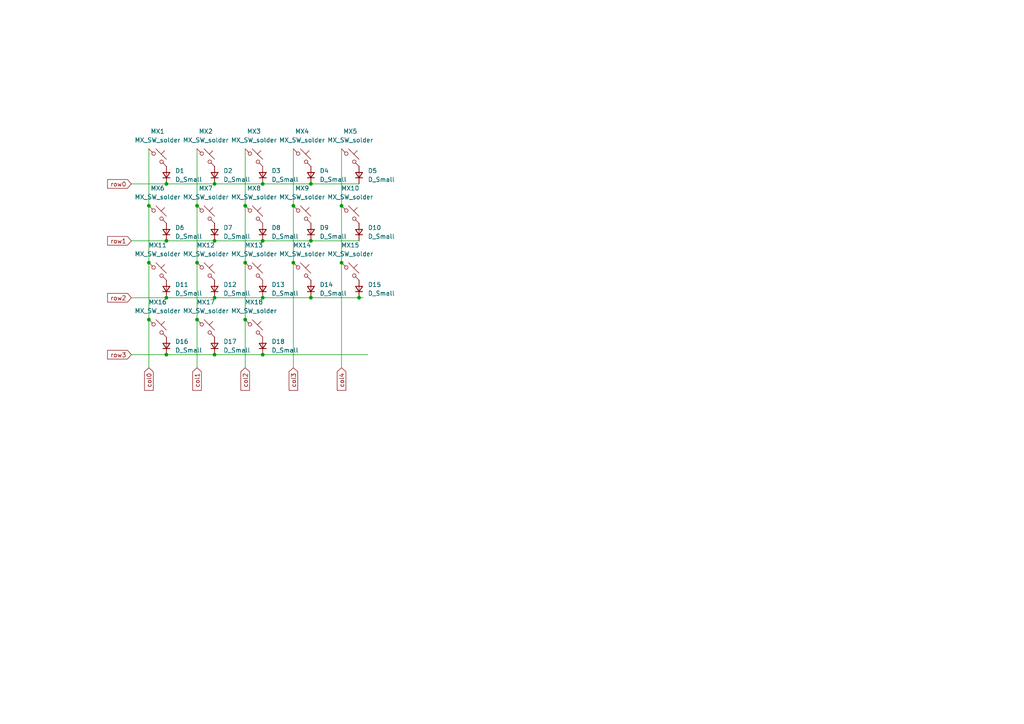
<source format=kicad_sch>
(kicad_sch (version 20230121) (generator eeschema)
  (paper "A4")
  (lib_symbols
    (symbol "Device:D_Small" (pin_numbers hide) (pin_names (offset 0.254) hide)
      (property "Reference" "D" (at -1.27 2.032 0))
      (property "Value" "D_Small" (at -3.81 -2.032 0))
      (symbol "D_Small_0_1"
        (polyline (pts (xy -0.762 -1.016) (xy -0.762 1.016)) (stroke (width 0.254)))
        (polyline (pts (xy -0.762 0) (xy 0.762 0)))
        (polyline (pts (xy 0.762 -1.016) (xy -0.762 0) (xy 0.762 1.016) (xy 0.762 -1.016)) (stroke (width 0.254)))
      )
      (symbol "D_Small_1_1"
        (pin passive line (at -2.54 0 0) (length 1.778) (name "K") (number "1"))
        (pin passive line (at 2.54 0 180) (length 1.778) (name "A") (number "2"))
      )
    )
    (symbol "PCM_marbastlib-mx:MX_SW_solder" (pin_numbers hide) (pin_names (offset 1.016) hide)
      (property "Reference" "MX" (at 3.048 1.016 0))
      (property "Value" "MX_SW_solder" (at 0 -3.81 0))
      (symbol "MX_SW_solder_0_1"
        (circle (center -1.1684 1.1684) (radius 0.508))
        (polyline (pts (xy -0.508 2.54) (xy 2.54 -0.508)))
        (polyline (pts (xy 1.016 1.016) (xy 2.032 2.032)))
        (polyline (pts (xy -2.54 2.54) (xy -1.524 1.524) (xy -1.524 1.524)))
        (polyline (pts (xy 1.524 -1.524) (xy 2.54 -2.54) (xy 2.54 -2.54) (xy 2.54 -2.54)))
        (circle (center 1.143 -1.1938) (radius 0.508))
        (pin passive line (at -2.54 2.54 0) (length 0) (name "1") (number "1"))
        (pin passive line (at 2.54 -2.54 180) (length 0) (name "2") (number "2"))
      )
    )
  )
  (junction (at 99.06 76.2))
  (junction (at 99.06 59.69))
  (junction (at 62.23 69.85))
  (junction (at 43.18 59.69))
  (junction (at 57.15 59.69))
  (junction (at 85.09 76.2))
  (junction (at 76.2 86.36))
  (junction (at 43.18 76.2))
  (junction (at 76.2 102.87))
  (junction (at 57.15 92.71))
  (junction (at 90.17 53.34))
  (junction (at 62.23 86.36))
  (junction (at 48.26 102.87))
  (junction (at 62.23 53.34))
  (junction (at 71.12 92.71))
  (junction (at 90.17 86.36))
  (junction (at 48.26 53.34))
  (junction (at 71.12 59.69))
  (junction (at 76.2 69.85))
  (junction (at 71.12 76.2))
  (junction (at 104.14 86.36))
  (junction (at 48.26 86.36))
  (junction (at 85.09 59.69))
  (junction (at 57.15 76.2))
  (junction (at 48.26 69.85))
  (junction (at 62.23 102.87))
  (junction (at 76.2 53.34))
  (junction (at 90.17 69.85))
  (junction (at 43.18 92.71))
  (wire (pts (xy 48.26 86.36) (xy 62.23 86.36)))
  (wire (pts (xy 43.18 43.18) (xy 43.18 59.69)))
  (wire (pts (xy 57.15 43.18) (xy 57.15 59.69)))
  (wire (pts (xy 43.18 76.2) (xy 43.18 92.71)))
  (wire (pts (xy 71.12 92.71) (xy 71.12 106.68)))
  (wire (pts (xy 85.09 76.2) (xy 85.09 106.68)))
  (wire (pts (xy 57.15 76.2) (xy 57.15 92.71)))
  (wire (pts (xy 48.26 102.87) (xy 62.23 102.87)))
  (wire (pts (xy 104.14 86.36) (xy 105.41 86.36)))
  (wire (pts (xy 62.23 53.34) (xy 76.2 53.34)))
  (wire (pts (xy 76.2 53.34) (xy 90.17 53.34)))
  (wire (pts (xy 99.06 76.2) (xy 99.06 106.68)))
  (wire (pts (xy 62.23 69.85) (xy 76.2 69.85)))
  (wire (pts (xy 90.17 69.85) (xy 104.14 69.85)))
  (wire (pts (xy 43.18 59.69) (xy 43.18 76.2)))
  (wire (pts (xy 71.12 59.69) (xy 71.12 76.2)))
  (wire (pts (xy 57.15 59.69) (xy 57.15 76.2)))
  (wire (pts (xy 85.09 43.18) (xy 85.09 59.69)))
  (wire (pts (xy 76.2 102.87) (xy 106.68 102.87)))
  (wire (pts (xy 38.1 86.36) (xy 48.26 86.36)))
  (wire (pts (xy 48.26 69.85) (xy 62.23 69.85)))
  (wire (pts (xy 38.1 69.85) (xy 48.26 69.85)))
  (wire (pts (xy 71.12 43.18) (xy 71.12 59.69)))
  (wire (pts (xy 99.06 59.69) (xy 99.06 76.2)))
  (wire (pts (xy 85.09 59.69) (xy 85.09 76.2)))
  (wire (pts (xy 38.1 53.34) (xy 48.26 53.34)))
  (wire (pts (xy 76.2 69.85) (xy 90.17 69.85)))
  (wire (pts (xy 90.17 53.34) (xy 104.14 53.34)))
  (wire (pts (xy 99.06 43.18) (xy 99.06 59.69)))
  (wire (pts (xy 43.18 92.71) (xy 43.18 106.68)))
  (wire (pts (xy 71.12 76.2) (xy 71.12 92.71)))
  (wire (pts (xy 48.26 53.34) (xy 62.23 53.34)))
  (wire (pts (xy 38.1 102.87) (xy 48.26 102.87)))
  (wire (pts (xy 57.15 92.71) (xy 57.15 106.68)))
  (wire (pts (xy 76.2 86.36) (xy 90.17 86.36)))
  (wire (pts (xy 62.23 102.87) (xy 76.2 102.87)))
  (wire (pts (xy 90.17 86.36) (xy 104.14 86.36)))
  (wire (pts (xy 62.23 86.36) (xy 76.2 86.36)))
  (global_label "row2" (shape input) (at 38.1 86.36 180) (property "Intersheetrefs" "${INTERSHEET_REFS}" (effects hide)))
  (global_label "col3" (shape input) (at 85.09 106.68 270) (property "Intersheetrefs" "${INTERSHEET_REFS}" (effects hide)))
  (global_label "col1" (shape input) (at 57.15 106.68 270) (property "Intersheetrefs" "${INTERSHEET_REFS}" (effects hide)))
  (global_label "col0" (shape input) (at 43.18 106.68 270) (property "Intersheetrefs" "${INTERSHEET_REFS}" (effects hide)))
  (global_label "row0" (shape input) (at 38.1 53.34 180) (property "Intersheetrefs" "${INTERSHEET_REFS}" (effects hide)))
  (global_label "row3" (shape input) (at 38.1 102.87 180) (property "Intersheetrefs" "${INTERSHEET_REFS}" (effects hide)))
  (global_label "col2" (shape input) (at 71.12 106.68 270) (property "Intersheetrefs" "${INTERSHEET_REFS}" (effects hide)))
  (global_label "row1" (shape input) (at 38.1 69.85 180) (property "Intersheetrefs" "${INTERSHEET_REFS}" (effects hide)))
  (global_label "col4" (shape input) (at 99.06 106.68 270) (property "Intersheetrefs" "${INTERSHEET_REFS}" (effects hide)))
  (symbol (lib_id "PCM_marbastlib-mx:MX_SW_solder") (at 73.66 78.74 0) (unit 1)
    (property "Reference" "MX13" (at 73.66 71.12 0))
    (property "Value" "MX_SW_solder" (at 73.66 73.66 0))
    (property "Footprint" "PCM_marbastlib-mx:SW_MX_1.25u" (effects hide))
  )
  (symbol (lib_id "Device:D_Small") (at 90.17 50.8 90) (unit 1)
    (property "Reference" "D4" (at 92.71 49.53 90) (effects (justify right)))
    (property "Value" "D_Small" (at 92.71 52.07 90) (effects (justify right)))
    (property "Footprint" "Diode_SMD:D_SOD-323" (effects hide))
    (property "Sim.Device" "D" (effects hide))
    (property "Sim.Pins" "1=K 2=A" (effects hide))
  )
  (symbol (lib_id "Device:D_Small") (at 76.2 100.33 90) (unit 1)
    (property "Reference" "D18" (at 78.74 99.06 90) (effects (justify right)))
    (property "Value" "D_Small" (at 78.74 101.6 90) (effects (justify right)))
    (property "Footprint" "Diode_SMD:D_SOD-323" (effects hide))
    (property "Sim.Device" "D" (effects hide))
    (property "Sim.Pins" "1=K 2=A" (effects hide))
  )
  (symbol (lib_id "PCM_marbastlib-mx:MX_SW_solder") (at 73.66 62.23 0) (unit 1)
    (property "Reference" "MX8" (at 73.66 54.61 0))
    (property "Value" "MX_SW_solder" (at 73.66 57.15 0))
    (property "Footprint" "PCM_marbastlib-mx:SW_MX_1u" (effects hide))
  )
  (symbol (lib_id "Device:D_Small") (at 104.14 67.31 90) (unit 1)
    (property "Reference" "D10" (at 106.68 66.04 90) (effects (justify right)))
    (property "Value" "D_Small" (at 106.68 68.58 90) (effects (justify right)))
    (property "Footprint" "Diode_SMD:D_SOD-323" (effects hide))
    (property "Sim.Device" "D" (effects hide))
    (property "Sim.Pins" "1=K 2=A" (effects hide))
  )
  (symbol (lib_id "PCM_marbastlib-mx:MX_SW_solder") (at 59.69 45.72 0) (unit 1)
    (property "Reference" "MX2" (at 59.69 38.1 0))
    (property "Value" "MX_SW_solder" (at 59.69 40.64 0))
    (property "Footprint" "PCM_marbastlib-mx:SW_MX_1.25u" (effects hide))
  )
  (symbol (lib_id "Device:D_Small") (at 62.23 83.82 90) (unit 1)
    (property "Reference" "D12" (at 64.77 82.55 90) (effects (justify right)))
    (property "Value" "D_Small" (at 64.77 85.09 90) (effects (justify right)))
    (property "Footprint" "Diode_SMD:D_SOD-323" (effects hide))
    (property "Sim.Device" "D" (effects hide))
    (property "Sim.Pins" "1=K 2=A" (effects hide))
  )
  (symbol (lib_id "Device:D_Small") (at 48.26 50.8 90) (unit 1)
    (property "Reference" "D1" (at 50.8 49.53 90) (effects (justify right)))
    (property "Value" "D_Small" (at 50.8 52.07 90) (effects (justify right)))
    (property "Footprint" "Diode_SMD:D_SOD-323" (effects hide))
    (property "Sim.Device" "D" (effects hide))
    (property "Sim.Pins" "1=K 2=A" (effects hide))
  )
  (symbol (lib_id "PCM_marbastlib-mx:MX_SW_solder") (at 73.66 45.72 0) (unit 1)
    (property "Reference" "MX3" (at 73.66 38.1 0))
    (property "Value" "MX_SW_solder" (at 73.66 40.64 0))
    (property "Footprint" "PCM_marbastlib-mx:SW_MX_1u" (effects hide))
  )
  (symbol (lib_id "PCM_marbastlib-mx:MX_SW_solder") (at 59.69 62.23 0) (unit 1)
    (property "Reference" "MX7" (at 59.69 54.61 0))
    (property "Value" "MX_SW_solder" (at 59.69 57.15 0))
    (property "Footprint" "PCM_marbastlib-mx:SW_MX_1u" (effects hide))
  )
  (symbol (lib_id "PCM_marbastlib-mx:MX_SW_solder") (at 87.63 45.72 0) (unit 1)
    (property "Reference" "MX4" (at 87.63 38.1 0))
    (property "Value" "MX_SW_solder" (at 87.63 40.64 0))
    (property "Footprint" "PCM_marbastlib-mx:SW_MX_1.5u" (effects hide))
  )
  (symbol (lib_id "Device:D_Small") (at 76.2 83.82 90) (unit 1)
    (property "Reference" "D13" (at 78.74 82.55 90) (effects (justify right)))
    (property "Value" "D_Small" (at 78.74 85.09 90) (effects (justify right)))
    (property "Footprint" "Diode_SMD:D_SOD-323" (effects hide))
    (property "Sim.Device" "D" (effects hide))
    (property "Sim.Pins" "1=K 2=A" (effects hide))
  )
  (symbol (lib_id "PCM_marbastlib-mx:MX_SW_solder") (at 45.72 95.25 0) (unit 1)
    (property "Reference" "MX16" (at 45.72 87.63 0))
    (property "Value" "MX_SW_solder" (at 45.72 90.17 0))
    (property "Footprint" "PCM_marbastlib-mx:SW_MX_1u" (effects hide))
  )
  (symbol (lib_id "PCM_marbastlib-mx:MX_SW_solder") (at 45.72 62.23 0) (unit 1)
    (property "Reference" "MX6" (at 45.72 54.61 0))
    (property "Value" "MX_SW_solder" (at 45.72 57.15 0))
    (property "Footprint" "PCM_marbastlib-mx:SW_MX_1u" (effects hide))
  )
  (symbol (lib_id "Device:D_Small") (at 62.23 100.33 90) (unit 1)
    (property "Reference" "D17" (at 64.77 99.06 90) (effects (justify right)))
    (property "Value" "D_Small" (at 64.77 101.6 90) (effects (justify right)))
    (property "Footprint" "Diode_SMD:D_SOD-323" (effects hide))
    (property "Sim.Device" "D" (effects hide))
    (property "Sim.Pins" "1=K 2=A" (effects hide))
  )
  (symbol (lib_id "PCM_marbastlib-mx:MX_SW_solder") (at 45.72 78.74 0) (unit 1)
    (property "Reference" "MX11" (at 45.72 71.12 0))
    (property "Value" "MX_SW_solder" (at 45.72 73.66 0))
    (property "Footprint" "PCM_marbastlib-mx:SW_MX_1u" (effects hide))
  )
  (symbol (lib_id "Device:D_Small") (at 48.26 100.33 90) (unit 1)
    (property "Reference" "D16" (at 50.8 99.06 90) (effects (justify right)))
    (property "Value" "D_Small" (at 50.8 101.6 90) (effects (justify right)))
    (property "Footprint" "Diode_SMD:D_SOD-323" (effects hide))
    (property "Sim.Device" "D" (effects hide))
    (property "Sim.Pins" "1=K 2=A" (effects hide))
  )
  (symbol (lib_id "PCM_marbastlib-mx:MX_SW_solder") (at 59.69 95.25 0) (unit 1)
    (property "Reference" "MX17" (at 59.69 87.63 0))
    (property "Value" "MX_SW_solder" (at 59.69 90.17 0))
    (property "Footprint" "PCM_marbastlib-mx:SW_MX_1u" (effects hide))
  )
  (symbol (lib_id "PCM_marbastlib-mx:MX_SW_solder") (at 87.63 62.23 0) (unit 1)
    (property "Reference" "MX9" (at 87.63 54.61 0))
    (property "Value" "MX_SW_solder" (at 87.63 57.15 0))
    (property "Footprint" "PCM_marbastlib-mx:SW_MX_1u" (effects hide))
  )
  (symbol (lib_id "Device:D_Small") (at 48.26 67.31 90) (unit 1)
    (property "Reference" "D6" (at 50.8 66.04 90) (effects (justify right)))
    (property "Value" "D_Small" (at 50.8 68.58 90) (effects (justify right)))
    (property "Footprint" "Diode_SMD:D_SOD-323" (effects hide))
    (property "Sim.Device" "D" (effects hide))
    (property "Sim.Pins" "1=K 2=A" (effects hide))
  )
  (symbol (lib_id "Device:D_Small") (at 90.17 83.82 90) (unit 1)
    (property "Reference" "D14" (at 92.71 82.55 90) (effects (justify right)))
    (property "Value" "D_Small" (at 92.71 85.09 90) (effects (justify right)))
    (property "Footprint" "Diode_SMD:D_SOD-323" (effects hide))
    (property "Sim.Device" "D" (effects hide))
    (property "Sim.Pins" "1=K 2=A" (effects hide))
  )
  (symbol (lib_id "Device:D_Small") (at 62.23 67.31 90) (unit 1)
    (property "Reference" "D7" (at 64.77 66.04 90) (effects (justify right)))
    (property "Value" "D_Small" (at 64.77 68.58 90) (effects (justify right)))
    (property "Footprint" "Diode_SMD:D_SOD-323" (effects hide))
    (property "Sim.Device" "D" (effects hide))
    (property "Sim.Pins" "1=K 2=A" (effects hide))
  )
  (symbol (lib_id "Device:D_Small") (at 90.17 67.31 90) (unit 1)
    (property "Reference" "D9" (at 92.71 66.04 90) (effects (justify right)))
    (property "Value" "D_Small" (at 92.71 68.58 90) (effects (justify right)))
    (property "Footprint" "Diode_SMD:D_SOD-323" (effects hide))
    (property "Sim.Device" "D" (effects hide))
    (property "Sim.Pins" "1=K 2=A" (effects hide))
  )
  (symbol (lib_id "PCM_marbastlib-mx:MX_SW_solder") (at 59.69 78.74 0) (unit 1)
    (property "Reference" "MX12" (at 59.69 71.12 0))
    (property "Value" "MX_SW_solder" (at 59.69 73.66 0))
    (property "Footprint" "PCM_marbastlib-mx:SW_MX_1u" (effects hide))
  )
  (symbol (lib_id "Device:D_Small") (at 76.2 67.31 90) (unit 1)
    (property "Reference" "D8" (at 78.74 66.04 90) (effects (justify right)))
    (property "Value" "D_Small" (at 78.74 68.58 90) (effects (justify right)))
    (property "Footprint" "Diode_SMD:D_SOD-323" (effects hide))
    (property "Sim.Device" "D" (effects hide))
    (property "Sim.Pins" "1=K 2=A" (effects hide))
  )
  (symbol (lib_id "Device:D_Small") (at 62.23 50.8 90) (unit 1)
    (property "Reference" "D2" (at 64.77 49.53 90) (effects (justify right)))
    (property "Value" "D_Small" (at 64.77 52.07 90) (effects (justify right)))
    (property "Footprint" "Diode_SMD:D_SOD-323" (effects hide))
    (property "Sim.Device" "D" (effects hide))
    (property "Sim.Pins" "1=K 2=A" (effects hide))
  )
  (symbol (lib_id "Device:D_Small") (at 104.14 50.8 90) (unit 1)
    (property "Reference" "D5" (at 106.68 49.53 90) (effects (justify right)))
    (property "Value" "D_Small" (at 106.68 52.07 90) (effects (justify right)))
    (property "Footprint" "Diode_SMD:D_SOD-323" (effects hide))
    (property "Sim.Device" "D" (effects hide))
    (property "Sim.Pins" "1=K 2=A" (effects hide))
  )
  (symbol (lib_id "Device:D_Small") (at 48.26 83.82 90) (unit 1)
    (property "Reference" "D11" (at 50.8 82.55 90) (effects (justify right)))
    (property "Value" "D_Small" (at 50.8 85.09 90) (effects (justify right)))
    (property "Footprint" "Diode_SMD:D_SOD-323" (effects hide))
    (property "Sim.Device" "D" (effects hide))
    (property "Sim.Pins" "1=K 2=A" (effects hide))
  )
  (symbol (lib_id "Device:D_Small") (at 76.2 50.8 90) (unit 1)
    (property "Reference" "D3" (at 78.74 49.53 90) (effects (justify right)))
    (property "Value" "D_Small" (at 78.74 52.07 90) (effects (justify right)))
    (property "Footprint" "Diode_SMD:D_SOD-323" (effects hide))
    (property "Sim.Device" "D" (effects hide))
    (property "Sim.Pins" "1=K 2=A" (effects hide))
  )
  (symbol (lib_id "Device:D_Small") (at 104.14 83.82 90) (unit 1)
    (property "Reference" "D15" (at 106.68 82.55 90) (effects (justify right)))
    (property "Value" "D_Small" (at 106.68 85.09 90) (effects (justify right)))
    (property "Footprint" "Diode_SMD:D_SOD-323" (effects hide))
    (property "Sim.Device" "D" (effects hide))
    (property "Sim.Pins" "1=K 2=A" (effects hide))
  )
  (symbol (lib_id "PCM_marbastlib-mx:MX_SW_solder") (at 101.6 78.74 0) (unit 1)
    (property "Reference" "MX15" (at 101.6 71.12 0))
    (property "Value" "MX_SW_solder" (at 101.6 73.66 0))
    (property "Footprint" "PCM_marbastlib-mx:SW_MX_1.5u" (effects hide))
  )
  (symbol (lib_id "PCM_marbastlib-mx:MX_SW_solder") (at 45.72 45.72 0) (unit 1)
    (property "Reference" "MX1" (at 45.72 38.1 0))
    (property "Value" "MX_SW_solder" (at 45.72 40.64 0))
    (property "Footprint" "PCM_marbastlib-mx:SW_MX_1.25u" (effects hide))
  )
  (symbol (lib_id "PCM_marbastlib-mx:MX_SW_solder") (at 87.63 78.74 0) (unit 1)
    (property "Reference" "MX14" (at 87.63 71.12 0))
    (property "Value" "MX_SW_solder" (at 87.63 73.66 0))
    (property "Footprint" "PCM_marbastlib-mx:SW_MX_1.75u" (effects hide))
  )
  (symbol (lib_id "PCM_marbastlib-mx:MX_SW_solder") (at 101.6 45.72 0) (unit 1)
    (property "Reference" "MX5" (at 101.6 38.1 0))
    (property "Value" "MX_SW_solder" (at 101.6 40.64 0))
    (property "Footprint" "PCM_marbastlib-mx:SW_MX_1.75u" (effects hide))
  )
  (symbol (lib_id "PCM_marbastlib-mx:MX_SW_solder") (at 73.66 95.25 0) (unit 1)
    (property "Reference" "MX18" (at 73.66 87.63 0))
    (property "Value" "MX_SW_solder" (at 73.66 90.17 0))
    (property "Footprint" "PCM_marbastlib-mx:SW_MX_1u" (effects hide))
  )
  (symbol (lib_id "PCM_marbastlib-mx:MX_SW_solder") (at 101.6 62.23 0) (unit 1)
    (property "Reference" "MX10" (at 101.6 54.61 0))
    (property "Value" "MX_SW_solder" (at 101.6 57.15 0))
    (property "Footprint" "PCM_marbastlib-mx:SW_MX_1u" (effects hide))
  )
)
</source>
